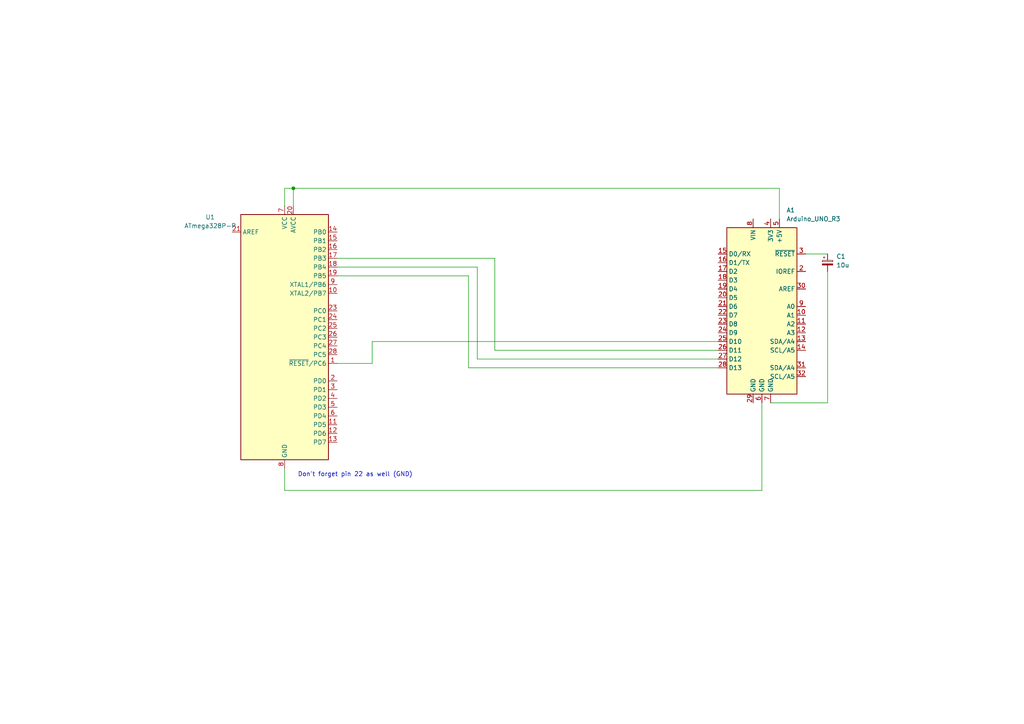
<source format=kicad_sch>
(kicad_sch (version 20211123) (generator eeschema)
  (paper "A4")
  (lib_symbols
    (symbol "Device:C_Polarized_Small" (pin_numbers hide) (pin_names (offset 0.254) hide)
      (property "Reference" "C" (at 0.254 1.778 0))
      (property "Value" "C_Polarized_Small" (at 0.254 -2.032 0))
      (symbol "C_Polarized_Small_0_1"
        (rectangle (start -1.524 -0.3048) (end 1.524 -0.6858) (fill (type outline)))
        (rectangle (start -1.524 0.6858) (end 1.524 0.3048))
        (polyline (pts (xy -1.27 1.524) (xy -0.762 1.524)))
        (polyline (pts (xy -1.016 1.27) (xy -1.016 1.778)))
      )
      (symbol "C_Polarized_Small_1_1"
        (pin passive line (at 0 2.54 270) (length 1.8542) (name "~") (number "1"))
        (pin passive line (at 0 -2.54 90) (length 1.8542) (name "~") (number "2"))
      )
    )
    (symbol "MCU_Microchip_ATmega:ATmega328P-P"
      (property "Reference" "U" (at -12.7 36.83 0))
      (property "Value" "ATmega328P-P" (at 2.54 -36.83 0))
      (symbol "ATmega328P-P_0_1"
        (rectangle (start -12.7 -35.56) (end 12.7 35.56) (stroke (width 0.254)) (fill (type background)))
      )
      (symbol "ATmega328P-P_1_1"
        (pin bidirectional line (at 15.24 -7.62 180) (length 2.54) (name "~{RESET}/PC6") (number "1"))
        (pin bidirectional line (at 15.24 12.7 180) (length 2.54) (name "XTAL2/PB7") (number "10"))
        (pin bidirectional line (at 15.24 -25.4 180) (length 2.54) (name "PD5") (number "11"))
        (pin bidirectional line (at 15.24 -27.94 180) (length 2.54) (name "PD6") (number "12"))
        (pin bidirectional line (at 15.24 -30.48 180) (length 2.54) (name "PD7") (number "13"))
        (pin bidirectional line (at 15.24 30.48 180) (length 2.54) (name "PB0") (number "14"))
        (pin bidirectional line (at 15.24 27.94 180) (length 2.54) (name "PB1") (number "15"))
        (pin bidirectional line (at 15.24 25.4 180) (length 2.54) (name "PB2") (number "16"))
        (pin bidirectional line (at 15.24 22.86 180) (length 2.54) (name "PB3") (number "17"))
        (pin bidirectional line (at 15.24 20.32 180) (length 2.54) (name "PB4") (number "18"))
        (pin bidirectional line (at 15.24 17.78 180) (length 2.54) (name "PB5") (number "19"))
        (pin bidirectional line (at 15.24 -12.7 180) (length 2.54) (name "PD0") (number "2"))
        (pin power_in line (at 2.54 38.1 270) (length 2.54) (name "AVCC") (number "20"))
        (pin passive line (at -15.24 30.48 0) (length 2.54) (name "AREF") (number "21"))
        (pin passive line (at 0 -38.1 90) (length 2.54) hide (name "GND") (number "22"))
        (pin bidirectional line (at 15.24 7.62 180) (length 2.54) (name "PC0") (number "23"))
        (pin bidirectional line (at 15.24 5.08 180) (length 2.54) (name "PC1") (number "24"))
        (pin bidirectional line (at 15.24 2.54 180) (length 2.54) (name "PC2") (number "25"))
        (pin bidirectional line (at 15.24 0 180) (length 2.54) (name "PC3") (number "26"))
        (pin bidirectional line (at 15.24 -2.54 180) (length 2.54) (name "PC4") (number "27"))
        (pin bidirectional line (at 15.24 -5.08 180) (length 2.54) (name "PC5") (number "28"))
        (pin bidirectional line (at 15.24 -15.24 180) (length 2.54) (name "PD1") (number "3"))
        (pin bidirectional line (at 15.24 -17.78 180) (length 2.54) (name "PD2") (number "4"))
        (pin bidirectional line (at 15.24 -20.32 180) (length 2.54) (name "PD3") (number "5"))
        (pin bidirectional line (at 15.24 -22.86 180) (length 2.54) (name "PD4") (number "6"))
        (pin power_in line (at 0 38.1 270) (length 2.54) (name "VCC") (number "7"))
        (pin power_in line (at 0 -38.1 90) (length 2.54) (name "GND") (number "8"))
        (pin bidirectional line (at 15.24 15.24 180) (length 2.54) (name "XTAL1/PB6") (number "9"))
      )
    )
    (symbol "MCU_Module:Arduino_UNO_R3"
      (property "Reference" "A" (at -10.16 23.495 0))
      (property "Value" "Arduino_UNO_R3" (at 5.08 -26.67 0))
      (symbol "Arduino_UNO_R3_0_1"
        (rectangle (start -10.16 22.86) (end 10.16 -25.4) (stroke (width 0.254)) (fill (type background)))
      )
      (symbol "Arduino_UNO_R3_1_1"
        (pin no_connect line (at -10.16 -20.32 0) (length 2.54) hide (name "NC") (number "1"))
        (pin bidirectional line (at 12.7 -2.54 180) (length 2.54) (name "A1") (number "10"))
        (pin bidirectional line (at 12.7 -5.08 180) (length 2.54) (name "A2") (number "11"))
        (pin bidirectional line (at 12.7 -7.62 180) (length 2.54) (name "A3") (number "12"))
        (pin bidirectional line (at 12.7 -10.16 180) (length 2.54) (name "SDA/A4") (number "13"))
        (pin bidirectional line (at 12.7 -12.7 180) (length 2.54) (name "SCL/A5") (number "14"))
        (pin bidirectional line (at -12.7 15.24 0) (length 2.54) (name "D0/RX") (number "15"))
        (pin bidirectional line (at -12.7 12.7 0) (length 2.54) (name "D1/TX") (number "16"))
        (pin bidirectional line (at -12.7 10.16 0) (length 2.54) (name "D2") (number "17"))
        (pin bidirectional line (at -12.7 7.62 0) (length 2.54) (name "D3") (number "18"))
        (pin bidirectional line (at -12.7 5.08 0) (length 2.54) (name "D4") (number "19"))
        (pin output line (at 12.7 10.16 180) (length 2.54) (name "IOREF") (number "2"))
        (pin bidirectional line (at -12.7 2.54 0) (length 2.54) (name "D5") (number "20"))
        (pin bidirectional line (at -12.7 0 0) (length 2.54) (name "D6") (number "21"))
        (pin bidirectional line (at -12.7 -2.54 0) (length 2.54) (name "D7") (number "22"))
        (pin bidirectional line (at -12.7 -5.08 0) (length 2.54) (name "D8") (number "23"))
        (pin bidirectional line (at -12.7 -7.62 0) (length 2.54) (name "D9") (number "24"))
        (pin bidirectional line (at -12.7 -10.16 0) (length 2.54) (name "D10") (number "25"))
        (pin bidirectional line (at -12.7 -12.7 0) (length 2.54) (name "D11") (number "26"))
        (pin bidirectional line (at -12.7 -15.24 0) (length 2.54) (name "D12") (number "27"))
        (pin bidirectional line (at -12.7 -17.78 0) (length 2.54) (name "D13") (number "28"))
        (pin power_in line (at -2.54 -27.94 90) (length 2.54) (name "GND") (number "29"))
        (pin input line (at 12.7 15.24 180) (length 2.54) (name "~{RESET}") (number "3"))
        (pin input line (at 12.7 5.08 180) (length 2.54) (name "AREF") (number "30"))
        (pin bidirectional line (at 12.7 -17.78 180) (length 2.54) (name "SDA/A4") (number "31"))
        (pin bidirectional line (at 12.7 -20.32 180) (length 2.54) (name "SCL/A5") (number "32"))
        (pin power_out line (at 2.54 25.4 270) (length 2.54) (name "3V3") (number "4"))
        (pin power_out line (at 5.08 25.4 270) (length 2.54) (name "+5V") (number "5"))
        (pin power_in line (at 0 -27.94 90) (length 2.54) (name "GND") (number "6"))
        (pin power_in line (at 2.54 -27.94 90) (length 2.54) (name "GND") (number "7"))
        (pin power_in line (at -2.54 25.4 270) (length 2.54) (name "VIN") (number "8"))
        (pin bidirectional line (at 12.7 0 180) (length 2.54) (name "A0") (number "9"))
      )
    )
  )
  (junction (at 85.09 54.61))
  (wire (pts (xy 85.09 54.61) (xy 85.09 59.69)))
  (wire (pts (xy 208.28 104.14) (xy 138.43 104.14)))
  (wire (pts (xy 135.89 106.68) (xy 135.89 80.01)))
  (wire (pts (xy 220.98 116.84) (xy 220.98 142.24)))
  (wire (pts (xy 208.28 101.6) (xy 143.51 101.6)))
  (wire (pts (xy 240.03 116.84) (xy 223.52 116.84)))
  (wire (pts (xy 208.28 106.68) (xy 135.89 106.68)))
  (wire (pts (xy 143.51 101.6) (xy 143.51 74.93)))
  (wire (pts (xy 135.89 80.01) (xy 97.79 80.01)))
  (wire (pts (xy 107.95 99.06) (xy 107.95 105.41)))
  (wire (pts (xy 107.95 105.41) (xy 97.79 105.41)))
  (wire (pts (xy 220.98 142.24) (xy 82.55 142.24)))
  (wire (pts (xy 143.51 74.93) (xy 97.79 74.93)))
  (wire (pts (xy 226.06 63.5) (xy 226.06 54.61)))
  (wire (pts (xy 208.28 99.06) (xy 107.95 99.06)))
  (wire (pts (xy 82.55 54.61) (xy 82.55 59.69)))
  (wire (pts (xy 233.68 73.66) (xy 240.03 73.66)))
  (wire (pts (xy 138.43 104.14) (xy 138.43 77.47)))
  (wire (pts (xy 85.09 54.61) (xy 82.55 54.61)))
  (wire (pts (xy 138.43 77.47) (xy 97.79 77.47)))
  (wire (pts (xy 82.55 142.24) (xy 82.55 135.89)))
  (wire (pts (xy 226.06 54.61) (xy 85.09 54.61)))
  (wire (pts (xy 240.03 78.74) (xy 240.03 116.84)))
  (text "Don't forget pin 22 as well (GND)" (at 86.36 138.43 0) (effects (font (size 1.27 1.27)) (justify left bottom)))
  (symbol (lib_id "MCU_Microchip_ATmega:ATmega328P-P") (at 82.55 97.79 0) (unit 1)
    (property "Reference" "U1" (at 60.96 62.9793 0))
    (property "Value" "ATmega328P-P" (at 60.96 65.5193 0))
    (property "Footprint" "Package_DIP:DIP-28_W7.62mm" (effects hide))
    (property "Datasheet" "http://ww1.microchip.com/downloads/en/DeviceDoc/ATmega328_P%20AVR%20MCU%20with%20picoPower%20Technology%20Data%20Sheet%2040001984A.pdf" (effects hide))
  )
  (symbol (lib_id "MCU_Module:Arduino_UNO_R3") (at 220.98 88.9 0) (unit 1)
    (property "Reference" "A1" (at 228.0794 60.96 0) (effects (justify left)))
    (property "Value" "Arduino_UNO_R3" (at 228.0794 63.5 0) (effects (justify left)))
    (property "Footprint" "Module:Arduino_UNO_R3" (effects hide))
    (property "Datasheet" "https://www.arduino.cc/en/Main/arduinoBoardUno" (effects hide))
  )
  (symbol (lib_id "Device:C_Polarized_Small") (at 240.03 76.2 0) (unit 1)
    (property "Reference" "C1" (at 242.57 74.3838 0) (effects (justify left)))
    (property "Value" "10u" (at 242.57 76.9238 0) (effects (justify left)))
    (property "Footprint" "Capacitor_THT:CP_Radial_D5.0mm_P2.50mm" (effects hide))
  )
)
</source>
